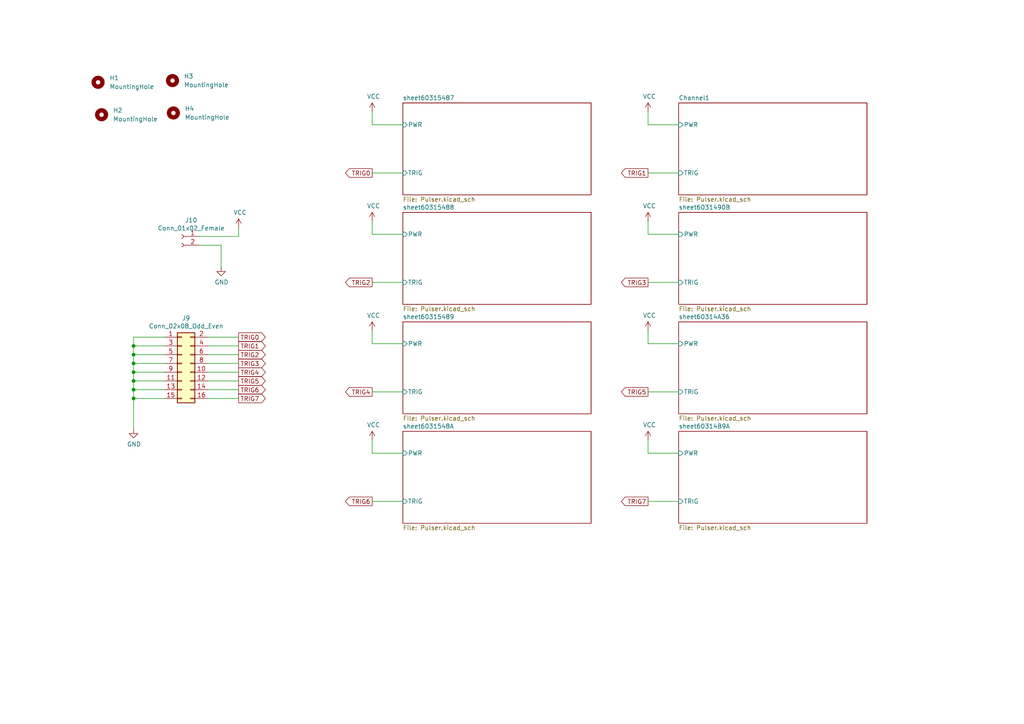
<source format=kicad_sch>
(kicad_sch (version 20211123) (generator eeschema)
  (paper "A4")
  (title_block (title "UFOPulse") (rev "v0.0.1") (company "University of Sussex"))
  (lib_symbols
    (symbol "Connector:Conn_01x02_Female" (pin_names (offset 1.016) hide)
      (property "Reference" "J" (at 0 2.54 0))
      (property "Value" "Conn_01x02_Female" (at 0 -5.08 0))
      (symbol "Conn_01x02_Female_1_1"
        (arc (start 0 -2.032) (mid -0.508 -2.54) (end 0 -3.048) (stroke (width 0.1524)))
        (polyline (pts (xy -1.27 -2.54) (xy -0.508 -2.54)) (stroke (width 0.1524)))
        (polyline (pts (xy -1.27 0) (xy -0.508 0)) (stroke (width 0.1524)))
        (arc (start 0 0.508) (mid -0.508 0) (end 0 -0.508) (stroke (width 0.1524)))
        (pin passive line (at -5.08 0 0) (length 3.81) (name "Pin_1") (number "1"))
        (pin passive line (at -5.08 -2.54 0) (length 3.81) (name "Pin_2") (number "2"))
      )
    )
    (symbol "Connector_Generic:Conn_02x08_Odd_Even" (pin_names (offset 1.016) hide)
      (property "Reference" "J" (at 1.27 10.16 0))
      (property "Value" "Conn_02x08_Odd_Even" (at 1.27 -12.7 0))
      (symbol "Conn_02x08_Odd_Even_1_1"
        (rectangle (start -1.27 -10.033) (end 0 -10.287) (stroke (width 0.1524)))
        (rectangle (start -1.27 -7.493) (end 0 -7.747) (stroke (width 0.1524)))
        (rectangle (start -1.27 -4.953) (end 0 -5.207) (stroke (width 0.1524)))
        (rectangle (start -1.27 -2.413) (end 0 -2.667) (stroke (width 0.1524)))
        (rectangle (start -1.27 0.127) (end 0 -0.127) (stroke (width 0.1524)))
        (rectangle (start -1.27 2.667) (end 0 2.413) (stroke (width 0.1524)))
        (rectangle (start -1.27 5.207) (end 0 4.953) (stroke (width 0.1524)))
        (rectangle (start -1.27 7.747) (end 0 7.493) (stroke (width 0.1524)))
        (rectangle (start -1.27 8.89) (end 3.81 -11.43) (stroke (width 0.254)) (fill (type background)))
        (rectangle (start 3.81 -10.033) (end 2.54 -10.287) (stroke (width 0.1524)))
        (rectangle (start 3.81 -7.493) (end 2.54 -7.747) (stroke (width 0.1524)))
        (rectangle (start 3.81 -4.953) (end 2.54 -5.207) (stroke (width 0.1524)))
        (rectangle (start 3.81 -2.413) (end 2.54 -2.667) (stroke (width 0.1524)))
        (rectangle (start 3.81 0.127) (end 2.54 -0.127) (stroke (width 0.1524)))
        (rectangle (start 3.81 2.667) (end 2.54 2.413) (stroke (width 0.1524)))
        (rectangle (start 3.81 5.207) (end 2.54 4.953) (stroke (width 0.1524)))
        (rectangle (start 3.81 7.747) (end 2.54 7.493) (stroke (width 0.1524)))
        (pin passive line (at -5.08 7.62 0) (length 3.81) (name "Pin_1") (number "1"))
        (pin passive line (at 7.62 -2.54 180) (length 3.81) (name "Pin_10") (number "10"))
        (pin passive line (at -5.08 -5.08 0) (length 3.81) (name "Pin_11") (number "11"))
        (pin passive line (at 7.62 -5.08 180) (length 3.81) (name "Pin_12") (number "12"))
        (pin passive line (at -5.08 -7.62 0) (length 3.81) (name "Pin_13") (number "13"))
        (pin passive line (at 7.62 -7.62 180) (length 3.81) (name "Pin_14") (number "14"))
        (pin passive line (at -5.08 -10.16 0) (length 3.81) (name "Pin_15") (number "15"))
        (pin passive line (at 7.62 -10.16 180) (length 3.81) (name "Pin_16") (number "16"))
        (pin passive line (at 7.62 7.62 180) (length 3.81) (name "Pin_2") (number "2"))
        (pin passive line (at -5.08 5.08 0) (length 3.81) (name "Pin_3") (number "3"))
        (pin passive line (at 7.62 5.08 180) (length 3.81) (name "Pin_4") (number "4"))
        (pin passive line (at -5.08 2.54 0) (length 3.81) (name "Pin_5") (number "5"))
        (pin passive line (at 7.62 2.54 180) (length 3.81) (name "Pin_6") (number "6"))
        (pin passive line (at -5.08 0 0) (length 3.81) (name "Pin_7") (number "7"))
        (pin passive line (at 7.62 0 180) (length 3.81) (name "Pin_8") (number "8"))
        (pin passive line (at -5.08 -2.54 0) (length 3.81) (name "Pin_9") (number "9"))
      )
    )
    (symbol "Mechanical:MountingHole" (pin_names (offset 1.016))
      (property "Reference" "H" (at 0 5.08 0))
      (property "Value" "MountingHole" (at 0 3.175 0))
      (symbol "MountingHole_0_1"
        (circle (center 0 0) (radius 1.27) (stroke (width 1.27)))
      )
    )
    (symbol "power:GND" (power) (pin_names (offset 0))
      (property "Value" "GND" (at 0 -3.81 0))
      (symbol "GND_0_1"
        (polyline (pts (xy 0 0) (xy 0 -1.27) (xy 1.27 -1.27) (xy 0 -2.54) (xy -1.27 -1.27) (xy 0 -1.27)))
      )
      (symbol "GND_1_1"
        (pin power_in line (at 0 0 270) (length 0) hide (name "GND") (number "1"))
      )
    )
    (symbol "power:VCC" (power) (pin_names (offset 0))
      (property "Value" "VCC" (at 0 3.81 0))
      (symbol "VCC_0_1"
        (polyline (pts (xy -0.762 1.27) (xy 0 2.54)))
        (polyline (pts (xy 0 0) (xy 0 2.54)))
        (polyline (pts (xy 0 2.54) (xy 0.762 1.27)))
      )
      (symbol "VCC_1_1"
        (pin power_in line (at 0 0 90) (length 0) hide (name "VCC") (number "1"))
      )
    )
  )
  (junction (at 38.735 110.49))
  (junction (at 38.735 115.57))
  (junction (at 38.735 102.87))
  (junction (at 38.735 100.33))
  (junction (at 38.735 113.03))
  (junction (at 38.735 107.95))
  (junction (at 38.735 105.41))
  (wire (pts (xy 196.85 113.665) (xy 187.96 113.665)))
  (wire (pts (xy 38.735 110.49) (xy 38.735 113.03)))
  (wire (pts (xy 116.84 131.445) (xy 107.95 131.445)))
  (wire (pts (xy 60.325 105.41) (xy 69.215 105.41)))
  (wire (pts (xy 38.735 107.95) (xy 38.735 110.49)))
  (wire (pts (xy 38.735 113.03) (xy 38.735 115.57)))
  (wire (pts (xy 116.84 81.915) (xy 107.95 81.915)))
  (wire (pts (xy 60.325 107.95) (xy 69.215 107.95)))
  (wire (pts (xy 196.85 81.915) (xy 187.96 81.915)))
  (wire (pts (xy 187.96 131.445) (xy 187.96 127.635)))
  (wire (pts (xy 196.85 36.195) (xy 187.96 36.195)))
  (wire (pts (xy 187.96 36.195) (xy 187.96 32.385)))
  (wire (pts (xy 196.85 145.415) (xy 187.96 145.415)))
  (wire (pts (xy 116.84 36.195) (xy 107.95 36.195)))
  (wire (pts (xy 60.325 102.87) (xy 69.215 102.87)))
  (wire (pts (xy 196.85 67.945) (xy 187.96 67.945)))
  (wire (pts (xy 47.625 115.57) (xy 38.735 115.57)))
  (wire (pts (xy 116.84 99.695) (xy 107.95 99.695)))
  (wire (pts (xy 116.84 145.415) (xy 107.95 145.415)))
  (wire (pts (xy 47.625 105.41) (xy 38.735 105.41)))
  (wire (pts (xy 107.95 131.445) (xy 107.95 127.635)))
  (wire (pts (xy 47.625 100.33) (xy 38.735 100.33)))
  (wire (pts (xy 107.95 36.195) (xy 107.95 32.385)))
  (wire (pts (xy 196.85 50.165) (xy 187.96 50.165)))
  (wire (pts (xy 116.84 50.165) (xy 107.95 50.165)))
  (wire (pts (xy 38.735 100.33) (xy 38.735 102.87)))
  (wire (pts (xy 196.85 131.445) (xy 187.96 131.445)))
  (wire (pts (xy 47.625 107.95) (xy 38.735 107.95)))
  (wire (pts (xy 38.735 97.79) (xy 47.625 97.79)))
  (wire (pts (xy 38.735 105.41) (xy 38.735 107.95)))
  (wire (pts (xy 47.625 102.87) (xy 38.735 102.87)))
  (wire (pts (xy 38.735 102.87) (xy 38.735 105.41)))
  (wire (pts (xy 47.625 110.49) (xy 38.735 110.49)))
  (wire (pts (xy 116.84 67.945) (xy 107.95 67.945)))
  (wire (pts (xy 69.215 68.58) (xy 69.215 66.04)))
  (wire (pts (xy 60.325 97.79) (xy 69.215 97.79)))
  (wire (pts (xy 60.325 115.57) (xy 69.215 115.57)))
  (wire (pts (xy 47.625 113.03) (xy 38.735 113.03)))
  (wire (pts (xy 57.785 68.58) (xy 69.215 68.58)))
  (wire (pts (xy 64.135 77.47) (xy 64.135 71.12)))
  (wire (pts (xy 60.325 113.03) (xy 69.215 113.03)))
  (wire (pts (xy 38.735 97.79) (xy 38.735 100.33)))
  (wire (pts (xy 107.95 99.695) (xy 107.95 95.885)))
  (wire (pts (xy 107.95 67.945) (xy 107.95 64.135)))
  (wire (pts (xy 187.96 67.945) (xy 187.96 64.135)))
  (wire (pts (xy 64.135 71.12) (xy 57.785 71.12)))
  (wire (pts (xy 196.85 99.695) (xy 187.96 99.695)))
  (wire (pts (xy 187.96 99.695) (xy 187.96 95.885)))
  (wire (pts (xy 116.84 113.665) (xy 107.95 113.665)))
  (wire (pts (xy 38.735 115.57) (xy 38.735 124.46)))
  (wire (pts (xy 60.325 100.33) (xy 69.215 100.33)))
  (wire (pts (xy 60.325 110.49) (xy 69.215 110.49)))
  (global_label "TRIG1" (shape output) (at 69.215 100.33 0) (property "Intersheet References" "${INTERSHEET_REFS}" (effects hide)))
  (global_label "TRIG4" (shape output) (at 69.215 107.95 0) (property "Intersheet References" "${INTERSHEET_REFS}" (effects hide)))
  (global_label "TRIG3" (shape output) (at 187.96 81.915 180) (property "Intersheet References" "${INTERSHEET_REFS}" (effects hide)))
  (global_label "TRIG4" (shape output) (at 107.95 113.665 180) (property "Intersheet References" "${INTERSHEET_REFS}" (effects hide)))
  (global_label "TRIG6" (shape output) (at 107.95 145.415 180) (property "Intersheet References" "${INTERSHEET_REFS}" (effects hide)))
  (global_label "TRIG1" (shape output) (at 187.96 50.165 180) (property "Intersheet References" "${INTERSHEET_REFS}" (effects hide)))
  (global_label "TRIG2" (shape output) (at 107.95 81.915 180) (property "Intersheet References" "${INTERSHEET_REFS}" (effects hide)))
  (global_label "TRIG7" (shape output) (at 187.96 145.415 180) (property "Intersheet References" "${INTERSHEET_REFS}" (effects hide)))
  (global_label "TRIG2" (shape output) (at 69.215 102.87 0) (property "Intersheet References" "${INTERSHEET_REFS}" (effects hide)))
  (global_label "TRIG6" (shape output) (at 69.215 113.03 0) (property "Intersheet References" "${INTERSHEET_REFS}" (effects hide)))
  (global_label "TRIG5" (shape output) (at 187.96 113.665 180) (property "Intersheet References" "${INTERSHEET_REFS}" (effects hide)))
  (global_label "TRIG3" (shape output) (at 69.215 105.41 0) (property "Intersheet References" "${INTERSHEET_REFS}" (effects hide)))
  (global_label "TRIG0" (shape output) (at 69.215 97.79 0) (property "Intersheet References" "${INTERSHEET_REFS}" (effects hide)))
  (global_label "TRIG7" (shape output) (at 69.215 115.57 0) (property "Intersheet References" "${INTERSHEET_REFS}" (effects hide)))
  (global_label "TRIG5" (shape output) (at 69.215 110.49 0) (property "Intersheet References" "${INTERSHEET_REFS}" (effects hide)))
  (global_label "TRIG0" (shape output) (at 107.95 50.165 180) (property "Intersheet References" "${INTERSHEET_REFS}" (effects hide)))
  (symbol (lib_id "Connector_Generic:Conn_02x08_Odd_Even") (at 52.705 105.41 0) (unit 1)
    (property "Reference" "J9" (at 53.975 92.2782 0))
    (property "Value" "Conn_02x08_Odd_Even" (at 53.975 94.5896 0))
    (property "Footprint" "Connector_PinHeader_1.27mm:PinHeader_2x08_P1.27mm_Vertical_SMD" (effects hide))
  )
  (symbol (lib_id "power:GND") (at 38.735 124.46 0) (unit 1)
    (property "Reference" "#PWR0109" (effects hide))
    (property "Value" "GND" (at 38.862 128.8542 0))
  )
  (symbol (lib_id "Connector:Conn_01x02_Female") (at 52.705 68.58 0) (mirror y) (unit 1)
    (property "Reference" "J10" (at 55.4482 63.881 0))
    (property "Value" "Conn_01x02_Female" (at 55.4482 66.1924 0))
    (property "Footprint" "Connector_PinHeader_2.54mm:PinHeader_1x02_P2.54mm_Vertical" (effects hide))
  )
  (symbol (lib_id "power:GND") (at 64.135 77.47 0) (unit 1)
    (property "Reference" "#PWR0110" (effects hide))
    (property "Value" "GND" (at 64.262 81.8642 0))
  )
  (symbol (lib_id "power:VCC") (at 69.215 66.04 0) (unit 1)
    (property "Reference" "#PWR0111" (effects hide))
    (property "Value" "VCC" (at 69.596 61.6458 0))
  )
  (symbol (lib_id "power:VCC") (at 107.95 32.385 0) (unit 1)
    (property "Reference" "#PWR0112" (effects hide))
    (property "Value" "VCC" (at 108.331 27.9908 0))
  )
  (symbol (lib_id "power:VCC") (at 187.96 32.385 0) (unit 1)
    (property "Reference" "#PWR0113" (effects hide))
    (property "Value" "VCC" (at 188.341 27.9908 0))
  )
  (symbol (lib_id "power:VCC") (at 187.96 64.135 0) (unit 1)
    (property "Reference" "#PWR0114" (effects hide))
    (property "Value" "VCC" (at 188.341 59.7408 0))
  )
  (symbol (lib_id "power:VCC") (at 107.95 64.135 0) (unit 1)
    (property "Reference" "#PWR0115" (effects hide))
    (property "Value" "VCC" (at 108.331 59.7408 0))
  )
  (symbol (lib_id "power:VCC") (at 187.96 95.885 0) (unit 1)
    (property "Reference" "#PWR0116" (effects hide))
    (property "Value" "VCC" (at 188.341 91.4908 0))
  )
  (symbol (lib_id "power:VCC") (at 107.95 95.885 0) (unit 1)
    (property "Reference" "#PWR0117" (effects hide))
    (property "Value" "VCC" (at 108.331 91.4908 0))
  )
  (symbol (lib_id "power:VCC") (at 107.95 127.635 0) (unit 1)
    (property "Reference" "#PWR0118" (effects hide))
    (property "Value" "VCC" (at 108.331 123.2408 0))
  )
  (symbol (lib_id "power:VCC") (at 187.96 127.635 0) (unit 1)
    (property "Reference" "#PWR0119" (effects hide))
    (property "Value" "VCC" (at 188.341 123.2408 0))
  )
  (symbol (lib_id "Mechanical:MountingHole") (at 28.448 23.876 0) (unit 1)
    (property "Reference" "H1" (at 31.75 22.6059 0) (effects (justify left)))
    (property "Value" "MountingHole" (at 31.75 25.1459 0) (effects (justify left)))
    (property "Footprint" "MountingHole:MountingHole_4.3mm_M4_DIN965_Pad" (effects hide))
  )
  (symbol (lib_id "Mechanical:MountingHole") (at 50.292 32.766 0) (unit 1)
    (property "Reference" "H4" (at 53.594 31.4959 0) (effects (justify left)))
    (property "Value" "MountingHole" (at 53.594 34.0359 0) (effects (justify left)))
    (property "Footprint" "MountingHole:MountingHole_4.3mm_M4_DIN965_Pad" (effects hide))
  )
  (symbol (lib_id "Mechanical:MountingHole") (at 50.038 23.368 0) (unit 1)
    (property "Reference" "H3" (at 53.34 22.0979 0) (effects (justify left)))
    (property "Value" "MountingHole" (at 53.34 24.6379 0) (effects (justify left)))
    (property "Footprint" "MountingHole:MountingHole_4.3mm_M4_DIN965_Pad" (effects hide))
  )
  (symbol (lib_id "Mechanical:MountingHole") (at 29.464 33.274 0) (unit 1)
    (property "Reference" "H2" (at 32.766 32.0039 0) (effects (justify left)))
    (property "Value" "MountingHole" (at 32.766 34.5439 0) (effects (justify left)))
    (property "Footprint" "MountingHole:MountingHole_4.3mm_M4_DIN965_Pad" (effects hide))
  )
  (sheet (at 196.85 29.845) (size 54.61 26.67)
    (property "Sheet name" "Channel1" (at 196.85 29.1334 0) (effects (justify left bottom)))
    (property "Sheet file" "Pulser.kicad_sch" (at 196.85 57.0996 0) (effects (justify left top)))
    (pin "PWR" input (at 196.85 36.195 180))
    (pin "TRIG" input (at 196.85 50.165 180))
  )
  (sheet (at 196.85 61.595) (size 54.61 26.67)
    (property "Sheet name" "sheet6031490B" (at 196.85 60.8834 0) (effects (justify left bottom)))
    (property "Sheet file" "Pulser.kicad_sch" (at 196.85 88.8496 0) (effects (justify left top)))
    (pin "PWR" input (at 196.85 67.945 180))
    (pin "TRIG" input (at 196.85 81.915 180))
  )
  (sheet (at 196.85 93.345) (size 54.61 26.67)
    (property "Sheet name" "sheet60314A36" (at 196.85 92.6334 0) (effects (justify left bottom)))
    (property "Sheet file" "Pulser.kicad_sch" (at 196.85 120.5996 0) (effects (justify left top)))
    (pin "PWR" input (at 196.85 99.695 180))
    (pin "TRIG" input (at 196.85 113.665 180))
  )
  (sheet (at 196.85 125.095) (size 54.61 26.67)
    (property "Sheet name" "sheet60314B9A" (at 196.85 124.3834 0) (effects (justify left bottom)))
    (property "Sheet file" "Pulser.kicad_sch" (at 196.85 152.3496 0) (effects (justify left top)))
    (pin "PWR" input (at 196.85 131.445 180))
    (pin "TRIG" input (at 196.85 145.415 180))
  )
  (sheet (at 116.84 29.845) (size 54.61 26.67)
    (property "Sheet name" "sheet60315487" (at 116.84 29.1334 0) (effects (justify left bottom)))
    (property "Sheet file" "Pulser.kicad_sch" (at 116.84 57.0996 0) (effects (justify left top)))
    (pin "PWR" input (at 116.84 36.195 180))
    (pin "TRIG" input (at 116.84 50.165 180))
  )
  (sheet (at 116.84 61.595) (size 54.61 26.67)
    (property "Sheet name" "sheet60315488" (at 116.84 60.8834 0) (effects (justify left bottom)))
    (property "Sheet file" "Pulser.kicad_sch" (at 116.84 88.8496 0) (effects (justify left top)))
    (pin "PWR" input (at 116.84 67.945 180))
    (pin "TRIG" input (at 116.84 81.915 180))
  )
  (sheet (at 116.84 93.345) (size 54.61 26.67)
    (property "Sheet name" "sheet60315489" (at 116.84 92.6334 0) (effects (justify left bottom)))
    (property "Sheet file" "Pulser.kicad_sch" (at 116.84 120.5996 0) (effects (justify left top)))
    (pin "PWR" input (at 116.84 99.695 180))
    (pin "TRIG" input (at 116.84 113.665 180))
  )
  (sheet (at 116.84 125.095) (size 54.61 26.67)
    (property "Sheet name" "sheet6031548A" (at 116.84 124.3834 0) (effects (justify left bottom)))
    (property "Sheet file" "Pulser.kicad_sch" (at 116.84 152.3496 0) (effects (justify left top)))
    (pin "PWR" input (at 116.84 131.445 180))
    (pin "TRIG" input (at 116.84 145.415 180))
  )
)
</source>
